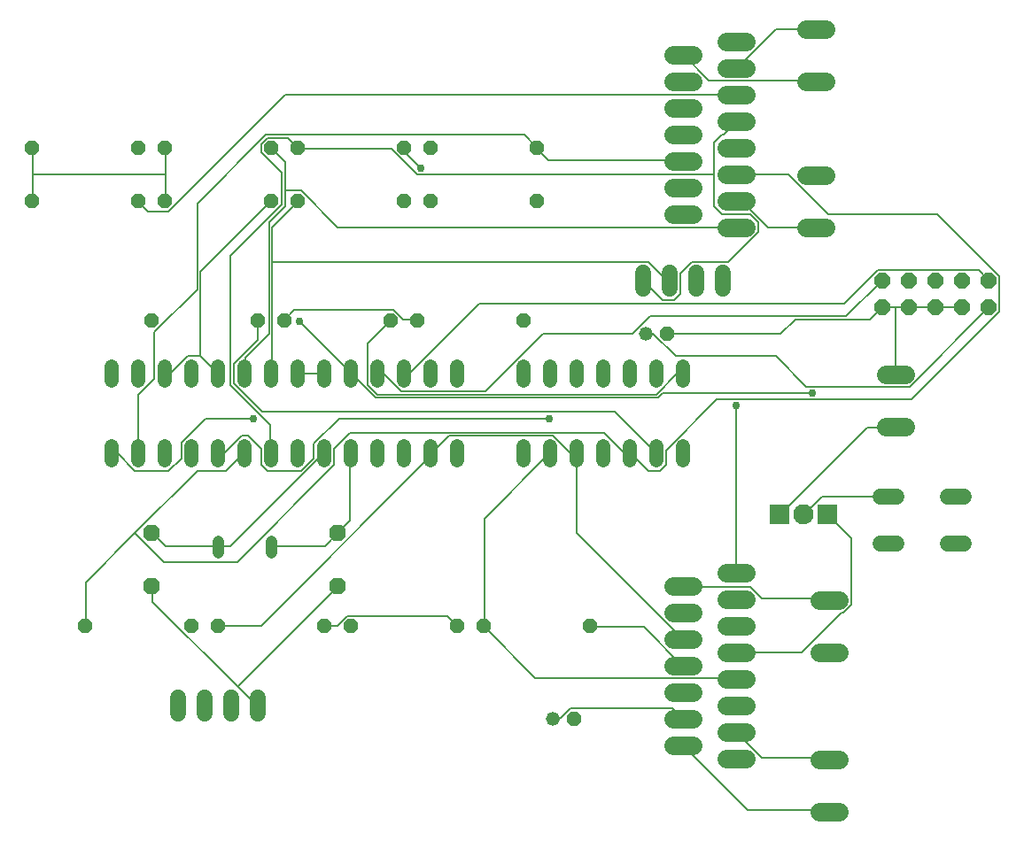
<source format=gbr>
G04 EAGLE Gerber RS-274X export*
G75*
%MOMM*%
%FSLAX34Y34*%
%LPD*%
%INTop Copper*%
%IPPOS*%
%AMOC8*
5,1,8,0,0,1.08239X$1,22.5*%
G01*
%ADD10C,1.790700*%
%ADD11P,1.732040X8X112.500000*%
%ADD12P,1.429621X8X22.500000*%
%ADD13C,1.320800*%
%ADD14C,1.320800*%
%ADD15C,1.800000*%
%ADD16C,1.524000*%
%ADD17C,1.117600*%
%ADD18P,1.429621X8X202.500000*%
%ADD19C,1.508000*%
%ADD20P,1.649562X8X202.500000*%
%ADD21R,1.930400X1.930400*%
%ADD22C,1.930400*%
%ADD23C,0.152400*%
%ADD24C,0.756400*%


D10*
X1438847Y571100D02*
X1456754Y571100D01*
X1456754Y521100D02*
X1438847Y521100D01*
D11*
X736600Y368300D03*
X736600Y419100D03*
X914400Y368300D03*
X914400Y419100D03*
D12*
X1140460Y241300D03*
D13*
X1120140Y241300D03*
D12*
X1229360Y609600D03*
D13*
X1209040Y609600D03*
D14*
X698500Y501904D02*
X698500Y488696D01*
X723900Y488696D02*
X723900Y501904D01*
X749300Y501904D02*
X749300Y488696D01*
X774700Y488696D02*
X774700Y501904D01*
X800100Y501904D02*
X800100Y488696D01*
X825500Y488696D02*
X825500Y501904D01*
X850900Y501904D02*
X850900Y488696D01*
X876300Y488696D02*
X876300Y501904D01*
X901700Y501904D02*
X901700Y488696D01*
X927100Y488696D02*
X927100Y501904D01*
X952500Y501904D02*
X952500Y488696D01*
X977900Y488696D02*
X977900Y501904D01*
X1003300Y501904D02*
X1003300Y488696D01*
X1028700Y488696D02*
X1028700Y501904D01*
X1028700Y564896D02*
X1028700Y578104D01*
X1003300Y578104D02*
X1003300Y564896D01*
X977900Y564896D02*
X977900Y578104D01*
X952500Y578104D02*
X952500Y564896D01*
X927100Y564896D02*
X927100Y578104D01*
X901700Y578104D02*
X901700Y564896D01*
X876300Y564896D02*
X876300Y578104D01*
X850900Y578104D02*
X850900Y564896D01*
X825500Y564896D02*
X825500Y578104D01*
X800100Y578104D02*
X800100Y564896D01*
X774700Y564896D02*
X774700Y578104D01*
X749300Y578104D02*
X749300Y564896D01*
X723900Y564896D02*
X723900Y578104D01*
X698500Y578104D02*
X698500Y564896D01*
D15*
X1235600Y800100D02*
X1253600Y800100D01*
X1286400Y812800D02*
X1304400Y812800D01*
X1253600Y825500D02*
X1235600Y825500D01*
X1286400Y838200D02*
X1304400Y838200D01*
X1253600Y850900D02*
X1235600Y850900D01*
X1286400Y863600D02*
X1304400Y863600D01*
X1304400Y787400D02*
X1286400Y787400D01*
X1253600Y774700D02*
X1235600Y774700D01*
X1286400Y762000D02*
X1304400Y762000D01*
X1253600Y749300D02*
X1235600Y749300D01*
X1286400Y736600D02*
X1304400Y736600D01*
X1253600Y876300D02*
X1235600Y876300D01*
X1286400Y889000D02*
X1304400Y889000D01*
X1253600Y723900D02*
X1235600Y723900D01*
X1286400Y711200D02*
X1304400Y711200D01*
X1253600Y292100D02*
X1235600Y292100D01*
X1286400Y304800D02*
X1304400Y304800D01*
X1253600Y317500D02*
X1235600Y317500D01*
X1286400Y330200D02*
X1304400Y330200D01*
X1253600Y342900D02*
X1235600Y342900D01*
X1286400Y355600D02*
X1304400Y355600D01*
X1304400Y279400D02*
X1286400Y279400D01*
X1253600Y266700D02*
X1235600Y266700D01*
X1286400Y254000D02*
X1304400Y254000D01*
X1253600Y241300D02*
X1235600Y241300D01*
X1286400Y228600D02*
X1304400Y228600D01*
X1253600Y368300D02*
X1235600Y368300D01*
X1286400Y381000D02*
X1304400Y381000D01*
X1253600Y215900D02*
X1235600Y215900D01*
X1286400Y203200D02*
X1304400Y203200D01*
D16*
X1206500Y652780D02*
X1206500Y668020D01*
X1231900Y668020D02*
X1231900Y652780D01*
X1257300Y652780D02*
X1257300Y668020D01*
X1282700Y668020D02*
X1282700Y652780D01*
D17*
X850900Y411988D02*
X850900Y400812D01*
X800100Y400812D02*
X800100Y411988D01*
D12*
X990600Y622300D03*
X1092200Y622300D03*
X749300Y736600D03*
X850900Y736600D03*
X622300Y736600D03*
X723900Y736600D03*
X1003300Y787400D03*
X1104900Y787400D03*
X876300Y787400D03*
X977900Y787400D03*
X749300Y787400D03*
X850900Y787400D03*
X622300Y787400D03*
X723900Y787400D03*
X863600Y622300D03*
X965200Y622300D03*
X736600Y622300D03*
X838200Y622300D03*
D18*
X774700Y330200D03*
X673100Y330200D03*
X901700Y330200D03*
X800100Y330200D03*
X1028700Y330200D03*
X927100Y330200D03*
X1155700Y330200D03*
X1054100Y330200D03*
D12*
X1003300Y736600D03*
X1104900Y736600D03*
X876300Y736600D03*
X977900Y736600D03*
D19*
X1433160Y454300D02*
X1448240Y454300D01*
X1498160Y454300D02*
X1513240Y454300D01*
X1448240Y409300D02*
X1433160Y409300D01*
X1498160Y409300D02*
X1513240Y409300D01*
D20*
X1536700Y660400D03*
X1511300Y660400D03*
X1485900Y660400D03*
X1460500Y660400D03*
X1435100Y660400D03*
X1536700Y635000D03*
X1511300Y635000D03*
X1485900Y635000D03*
X1460500Y635000D03*
X1435100Y635000D03*
D21*
X1337310Y436880D03*
D22*
X1360170Y436880D03*
D21*
X1383030Y436880D03*
D14*
X1092200Y488696D02*
X1092200Y501904D01*
X1117600Y501904D02*
X1117600Y488696D01*
X1244600Y488696D02*
X1244600Y501904D01*
X1244600Y564896D02*
X1244600Y578104D01*
X1143000Y501904D02*
X1143000Y488696D01*
X1168400Y488696D02*
X1168400Y501904D01*
X1219200Y501904D02*
X1219200Y488696D01*
X1193800Y488696D02*
X1193800Y501904D01*
X1219200Y564896D02*
X1219200Y578104D01*
X1193800Y578104D02*
X1193800Y564896D01*
X1168400Y564896D02*
X1168400Y578104D01*
X1143000Y578104D02*
X1143000Y564896D01*
X1117600Y564896D02*
X1117600Y578104D01*
X1092200Y578104D02*
X1092200Y564896D01*
D10*
X1362647Y761600D02*
X1380554Y761600D01*
X1380554Y711600D02*
X1362647Y711600D01*
X1375347Y202800D02*
X1393254Y202800D01*
X1393254Y152800D02*
X1375347Y152800D01*
X1375347Y355200D02*
X1393254Y355200D01*
X1393254Y305200D02*
X1375347Y305200D01*
X1380554Y901300D02*
X1362647Y901300D01*
X1362647Y851300D02*
X1380554Y851300D01*
D16*
X762000Y261620D02*
X762000Y246380D01*
X787400Y246380D02*
X787400Y261620D01*
X812800Y261620D02*
X812800Y246380D01*
X838200Y246380D02*
X838200Y261620D01*
D23*
X1120140Y242316D02*
X1127760Y242316D01*
X1136904Y251460D01*
X1120140Y242316D02*
X1120140Y241300D01*
X1420368Y519684D02*
X1447800Y519684D01*
X1420368Y519684D02*
X1338072Y437388D01*
X1447800Y519684D02*
X1447800Y521100D01*
X1338072Y437388D02*
X1337310Y436880D01*
X1234440Y251460D02*
X1136904Y251460D01*
X1234440Y251460D02*
X1244600Y241300D01*
X850392Y495300D02*
X850392Y522732D01*
X812292Y560832D01*
X812292Y684276D01*
X861060Y733044D01*
X861060Y763524D01*
X841248Y783336D01*
X841248Y790956D01*
X847344Y797052D01*
X867156Y797052D01*
X876300Y787908D01*
X850900Y495300D02*
X850392Y495300D01*
X876300Y787400D02*
X876300Y787908D01*
X1274064Y762000D02*
X1274064Y731520D01*
X1274064Y762000D02*
X1274064Y792480D01*
X1274064Y731520D02*
X1281684Y723900D01*
X1309116Y723900D01*
X1316736Y716280D01*
X1316736Y707136D01*
X1287780Y678180D01*
X1252728Y678180D01*
X1242060Y667512D01*
X1242060Y647700D01*
X1235964Y641604D01*
X1225296Y641604D01*
X1206500Y660400D01*
X1383792Y435864D02*
X1405128Y414528D01*
X1383792Y435864D02*
X1383030Y436880D01*
X1216152Y609600D02*
X1209040Y609600D01*
X1216152Y609600D02*
X1237488Y588264D01*
X1333500Y588264D01*
X1362456Y559308D01*
X1461516Y559308D01*
X1536192Y633984D01*
X1536700Y635000D01*
X966216Y786384D02*
X876300Y786384D01*
X966216Y786384D02*
X990600Y762000D01*
X1274064Y762000D01*
X876300Y786384D02*
X876300Y787400D01*
X1283208Y800100D02*
X1295400Y812292D01*
X1283208Y800100D02*
X1281684Y800100D01*
X1274064Y792480D01*
X1295400Y812292D02*
X1295400Y812800D01*
X1295400Y304800D02*
X1357884Y304800D01*
X1395984Y342900D01*
X1397508Y342900D01*
X1405128Y350520D01*
X1405128Y414528D01*
X737616Y367284D02*
X737616Y353568D01*
X818388Y272796D02*
X838200Y252984D01*
X818388Y272796D02*
X737616Y353568D01*
X737616Y367284D02*
X736600Y368300D01*
X838200Y254000D02*
X838200Y252984D01*
X819912Y272796D02*
X914400Y367284D01*
X819912Y272796D02*
X818388Y272796D01*
X914400Y367284D02*
X914400Y368300D01*
X1377696Y454152D02*
X1440180Y454152D01*
X1377696Y454152D02*
X1360932Y437388D01*
X1440180Y454152D02*
X1440700Y454300D01*
X1360932Y437388D02*
X1360170Y436880D01*
X1447800Y635508D02*
X1459992Y635508D01*
X1447800Y635508D02*
X1435608Y635508D01*
X1435100Y635000D01*
X1459992Y635508D02*
X1460500Y635000D01*
X1461516Y635508D02*
X1485900Y635508D01*
X1461516Y635508D02*
X1460500Y635000D01*
X1485900Y635508D02*
X1510284Y635508D01*
X1511300Y635000D01*
X1485900Y635000D02*
X1485900Y635508D01*
X1447800Y635508D02*
X1447800Y571100D01*
X1338072Y609600D02*
X1229360Y609600D01*
X1338072Y609600D02*
X1351788Y623316D01*
X1423416Y623316D01*
X1435100Y635000D01*
X623316Y762000D02*
X623316Y786384D01*
X623316Y762000D02*
X623316Y737616D01*
X622300Y736600D01*
X623316Y786384D02*
X622300Y787400D01*
X749808Y786384D02*
X749808Y762000D01*
X749808Y737616D01*
X749300Y736600D01*
X749808Y786384D02*
X749300Y787400D01*
X749808Y762000D02*
X623316Y762000D01*
X851916Y711708D02*
X851916Y678180D01*
X851916Y571500D01*
X851916Y711708D02*
X876300Y736092D01*
X851916Y571500D02*
X850900Y571500D01*
X876300Y736092D02*
X876300Y736600D01*
X1228344Y661416D02*
X1231392Y661416D01*
X1228344Y661416D02*
X1211580Y678180D01*
X851916Y678180D01*
X1231392Y661416D02*
X1231900Y660400D01*
X704088Y495300D02*
X698500Y495300D01*
X704088Y495300D02*
X720852Y478536D01*
X752856Y478536D01*
X765048Y490728D01*
X765048Y505968D01*
X787908Y528828D01*
X833628Y528828D01*
X876300Y571500D02*
X901700Y571500D01*
X978408Y783336D02*
X978408Y786384D01*
X978408Y783336D02*
X993648Y768096D01*
X978408Y786384D02*
X977900Y787400D01*
D24*
X833628Y528828D03*
X993648Y768096D03*
D23*
X902208Y406908D02*
X851916Y406908D01*
X902208Y406908D02*
X914400Y419100D01*
X851916Y406908D02*
X850900Y406400D01*
X926592Y431292D02*
X926592Y495300D01*
X926592Y431292D02*
X914400Y419100D01*
X926592Y495300D02*
X927100Y495300D01*
X826008Y571500D02*
X826008Y586740D01*
X848868Y609600D01*
X848868Y716280D01*
X864108Y731520D01*
X864108Y746760D02*
X864108Y774192D01*
X864108Y746760D02*
X864108Y731520D01*
X864108Y774192D02*
X850900Y787400D01*
X826008Y571500D02*
X825500Y571500D01*
X914400Y711708D02*
X1295400Y711708D01*
X914400Y711708D02*
X879348Y746760D01*
X864108Y746760D01*
X1295400Y711708D02*
X1295400Y711200D01*
X754380Y571500D02*
X749300Y571500D01*
X754380Y571500D02*
X771144Y588264D01*
X783336Y588264D01*
X800100Y571500D01*
X783336Y588264D02*
X783336Y669036D01*
X850900Y736600D01*
X1295400Y541020D02*
X1295400Y381000D01*
D24*
X1295400Y541020D03*
D23*
X990600Y623316D02*
X976884Y623316D01*
X967740Y632460D01*
X873252Y632460D01*
X864108Y623316D01*
X990600Y623316D02*
X990600Y622300D01*
X864108Y623316D02*
X863600Y622300D01*
X1239012Y571500D02*
X1244600Y571500D01*
X1239012Y571500D02*
X1219200Y551688D01*
X952500Y551688D01*
X943356Y560832D01*
X943356Y600456D01*
X965200Y622300D01*
X838200Y622300D02*
X838200Y603504D01*
X815340Y580644D01*
X815340Y562356D01*
X842772Y534924D01*
X1179576Y534924D01*
X1219200Y495300D01*
X673608Y371856D02*
X673608Y330708D01*
X720852Y419100D02*
X780288Y478536D01*
X720852Y419100D02*
X673608Y371856D01*
X780288Y478536D02*
X807720Y478536D01*
X824484Y495300D01*
X673608Y330708D02*
X673100Y330200D01*
X824484Y495300D02*
X825500Y495300D01*
X1188720Y495300D02*
X1193800Y495300D01*
X1188720Y495300D02*
X1168908Y515112D01*
X926592Y515112D01*
X911352Y499872D01*
X911352Y484632D01*
X818388Y391668D01*
X748284Y391668D01*
X720852Y419100D01*
X1295400Y762000D02*
X1345692Y762000D01*
X1383792Y723900D01*
X1487424Y723900D01*
X1546860Y664464D01*
X1546860Y630936D01*
X1463040Y547116D01*
X1277112Y547116D01*
X1228344Y498348D01*
X1228344Y484632D01*
X1222248Y478536D01*
X1211580Y478536D01*
X1194816Y495300D01*
X1193800Y495300D01*
X1207008Y329184D02*
X1156716Y329184D01*
X1155700Y330200D01*
X914400Y330708D02*
X902208Y330708D01*
X914400Y330708D02*
X923544Y339852D01*
X1019556Y339852D01*
X1028700Y330708D01*
X902208Y330708D02*
X901700Y330200D01*
X1028700Y330200D02*
X1028700Y330708D01*
X1207008Y329184D02*
X1243584Y292608D01*
X1244600Y292100D01*
X1054608Y330708D02*
X1054608Y432816D01*
X1117092Y495300D01*
X1054608Y330708D02*
X1054100Y330200D01*
X1117092Y495300D02*
X1117600Y495300D01*
X1054608Y329184D02*
X1103376Y280416D01*
X1054608Y329184D02*
X1054100Y330200D01*
X1103376Y280416D02*
X1295400Y280416D01*
X1295400Y279400D01*
X841248Y330708D02*
X800100Y330708D01*
X841248Y330708D02*
X1002792Y492252D01*
X1002792Y495300D01*
X800100Y330708D02*
X800100Y330200D01*
X1002792Y495300D02*
X1003300Y495300D01*
X1136904Y495300D02*
X1143000Y495300D01*
X1136904Y495300D02*
X1120140Y512064D01*
X1021080Y512064D01*
X1004316Y495300D01*
X1003300Y495300D01*
X1143000Y419100D02*
X1244600Y317500D01*
X1143000Y419100D02*
X1143000Y495300D01*
X1333500Y900684D02*
X1371600Y900684D01*
X1333500Y900684D02*
X1295400Y862584D01*
X1371600Y900684D02*
X1371600Y901300D01*
X1295400Y863600D02*
X1295400Y862584D01*
X1269492Y851916D02*
X1371600Y851916D01*
X1269492Y851916D02*
X1245108Y876300D01*
X1371600Y851916D02*
X1371600Y851300D01*
X1245108Y876300D02*
X1244600Y876300D01*
X1325880Y711708D02*
X1371600Y711708D01*
X1325880Y711708D02*
X1301496Y736092D01*
X1295400Y736092D01*
X1371600Y711708D02*
X1371600Y711600D01*
X1295400Y736092D02*
X1295400Y736600D01*
X1306068Y153924D02*
X1383792Y153924D01*
X1306068Y153924D02*
X1245108Y214884D01*
X1383792Y153924D02*
X1384300Y152800D01*
X1245108Y214884D02*
X1244600Y215900D01*
X1319784Y204216D02*
X1383792Y204216D01*
X1319784Y204216D02*
X1295400Y228600D01*
X1383792Y204216D02*
X1384300Y202800D01*
X1309116Y355092D02*
X1295400Y355092D01*
X1295400Y355600D01*
X1319784Y356616D02*
X1383792Y356616D01*
X1319784Y356616D02*
X1309116Y367284D01*
X1245108Y367284D01*
X1383792Y356616D02*
X1384300Y355200D01*
X1245108Y367284D02*
X1244600Y368300D01*
X806196Y495300D02*
X800100Y495300D01*
X806196Y495300D02*
X822960Y512064D01*
X829056Y512064D01*
X841248Y499872D01*
X841248Y484632D01*
X847344Y478536D01*
X879348Y478536D01*
X891540Y490728D01*
X891540Y504444D01*
X915924Y528828D01*
X1117092Y528828D01*
D24*
X1117092Y528828D03*
D23*
X723900Y551688D02*
X723900Y495300D01*
X723900Y551688D02*
X739140Y566928D01*
X739140Y611124D01*
X780288Y652272D01*
X780288Y734568D01*
X845820Y800100D01*
X1092708Y800100D01*
X1104900Y787908D01*
X1104900Y787400D01*
X1115568Y775716D02*
X1243584Y775716D01*
X1115568Y775716D02*
X1104900Y786384D01*
X1243584Y775716D02*
X1244600Y774700D01*
X1104900Y786384D02*
X1104900Y787400D01*
X864108Y838200D02*
X752856Y726948D01*
X733044Y726948D01*
X723900Y736092D01*
X723900Y736600D01*
X864108Y838200D02*
X1295400Y838200D01*
X982980Y571500D02*
X977900Y571500D01*
X982980Y571500D02*
X1050036Y638556D01*
X1399032Y638556D01*
X1431036Y670560D01*
X1527048Y670560D01*
X1536192Y661416D01*
X1536700Y660400D01*
X928116Y571500D02*
X877824Y621792D01*
X1225296Y553212D02*
X1368552Y553212D01*
X1225296Y553212D02*
X1220724Y548640D01*
X950976Y548640D01*
X928116Y571500D01*
X927100Y571500D01*
D24*
X877824Y621792D03*
X1368552Y553212D03*
D23*
X958596Y571500D02*
X952500Y571500D01*
X958596Y571500D02*
X975360Y554736D01*
X1056132Y554736D01*
X1110996Y609600D01*
X1196340Y609600D01*
X1213104Y626364D01*
X1400556Y626364D01*
X1434084Y659892D01*
X1435100Y660400D01*
X800100Y406908D02*
X749808Y406908D01*
X737616Y419100D01*
X736600Y419100D01*
X812292Y406908D02*
X900684Y495300D01*
X812292Y406908D02*
X800100Y406908D01*
X900684Y495300D02*
X901700Y495300D01*
X800100Y406908D02*
X800100Y406400D01*
M02*

</source>
